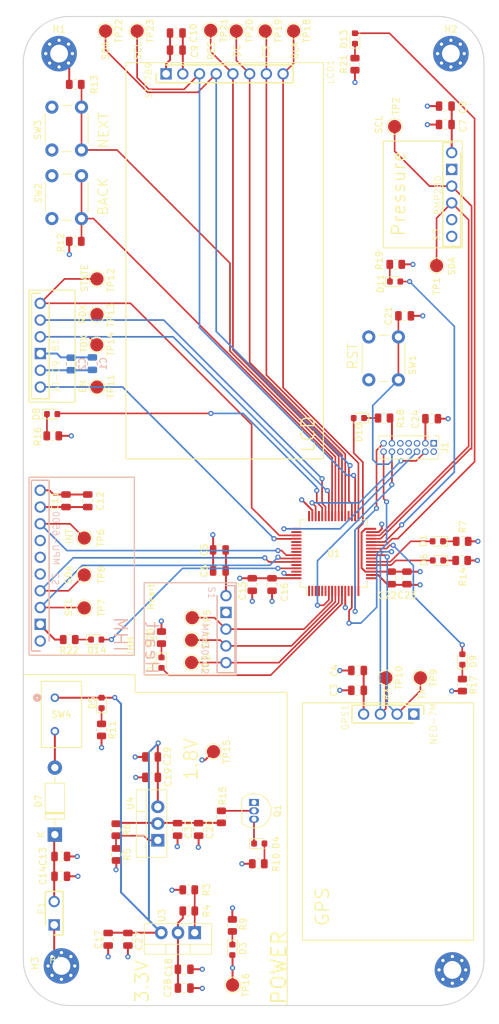
<source format=kicad_pcb>
(kicad_pcb (version 20221018) (generator pcbnew)
  (layers (0 "F.Cu" signal) (1 "In1.Cu" power) (2 "In2.Cu" power) (3 "In3.Cu" power) (4 "In4.Cu" power) (31 "B.Cu" signal) (34 "B.Paste" user) (35 "F.Paste" user) (36 "B.SilkS" user "B.Silkscreen") (37 "F.SilkS" user "F.Silkscreen") (38 "B.Mask" user) (39 "F.Mask" user) (44 "Edge.Cuts" user))
  (net 0 "")
  (net 1 "STATE_B")
  (net 2 "RDX_B")
  (net 3 "TDX_B")
  (net 4 "GND")
  (net 5 "NRST_SWD")
  (net 6 "EN_B")
  (net 7 "+1V8")
  (net 8 "Net-(D7-K)")
  (net 9 "+9V")
  (net 10 "+3.3V")
  (net 11 "Net-(D1-K)")
  (net 12 "LED_STATUS_MCU")
  (net 13 "Net-(D3-K)")
  (net 14 "Net-(D4-K)")
  (net 15 "Net-(D4-A)")
  (net 16 "Net-(D5-K)")
  (net 17 "Net-(D6-K)")
  (net 18 "LED_ERROR_MCU")
  (net 19 "Net-(D7-A)")
  (net 20 "Net-(D8-K)")
  (net 21 "LED_B")
  (net 22 "Net-(D9-K)")
  (net 23 "LED_GPS")
  (net 24 "Net-(D10-K)")
  (net 25 "LED_SWD")
  (net 26 "Net-(D11-K)")
  (net 27 "LED_Pressure")
  (net 28 "Net-(D12-K)")
  (net 29 "LED_Heart")
  (net 30 "Net-(D13-K)")
  (net 31 "LED_LCD")
  (net 32 "Net-(D14-K)")
  (net 33 "LED_IHM")
  (net 34 "TX_GPS")
  (net 35 "RX_GPS")
  (net 38 "SWDIO")
  (net 39 "SWDCK")
  (net 43 "RX_SWD")
  (net 44 "TX_SWD")
  (net 45 "BLK_LCD")
  (net 46 "CS_LCD")
  (net 47 "DC_LCD")
  (net 48 "RES_LCD")
  (net 49 "SDA_LCD")
  (net 50 "SCL_LCD")
  (net 51 "Net-(Q1-B)")
  (net 52 "Net-(U3-ADJ)")
  (net 53 "Net-(U4-ADJ)")
  (net 54 "BUTTON_BACK_SCREEN")
  (net 55 "BUTTON_NEXT_SCREEN")
  (net 56 "SCL_Heart")
  (net 57 "SDA_Heart")
  (net 58 "INT_Heart")
  (net 59 "SCL_IHM")
  (net 60 "SDA_IHM")
  (net 63 "INT_IHM")
  (net 64 "SCL_Pressure")
  (net 65 "SDA_Pressure")
  (footprint "TestPoint:TestPoint_Pad_D2.0mm" (layer "F.Cu") (at 116.775 33.8 -90)
    (fp_text reference "TP18")
    (fp_text value "TestPoint")
  )
  (footprint "LED_SMD:LED_0603_1608Metric" (layer "F.Cu") (at 142.42 129.1125 90)
    (fp_text reference "D9")
    (fp_text value "LED")
  )
  (footprint "MountingHole:MountingHole_2.7mm_Pad_Via" (layer "F.Cu") (at 81.5 175.6)
    (fp_text reference "H3")
    (fp_text value "MountingHole_Pad")
  )
  (footprint "Capacitor_SMD:C_0805_2012Metric" (layer "F.Cu") (at 113.5 117.75 90)
    (fp_text reference "C16")
    (fp_text value "4.7u")
  )
  (footprint "Capacitor_SMD:C_0805_2012Metric" (layer "F.Cu") (at 95.2 147 180)
    (fp_text reference "C19")
    (fp_text value "0.1u")
  )
  (footprint "MountingHole:MountingHole_2.7mm_Pad_Via" (layer "F.Cu") (at 140.9 176.2)
    (fp_text reference "H4")
    (fp_text value "MountingHole_Pad")
  )
  (footprint "Capacitor_SMD:C_0805_2012Metric" (layer "F.Cu") (at 133.65 77 180)
    (fp_text reference "C21")
    (fp_text value "0.1u")
  )
  (footprint "Mayane_librairie:GPS" (layer "F.Cu") (at 130.73 143.42 180)
    (fp_text reference "GPS1")
    (fp_text value "~")
  )
  (footprint "Resistor_SMD:R_0805_2012Metric" (layer "F.Cu") (at 100.85 164.055 180)
    (fp_text reference "R3")
    (fp_text value "393")
  )
  (footprint "TestPoint:TestPoint_Pad_D2.0mm" (layer "F.Cu") (at 112.475 33.8 -90)
    (fp_text reference "TP19")
    (fp_text value "TestPoint")
  )
  (footprint "Resistor_SMD:R_0805_2012Metric" (layer "F.Cu") (at 89.8 154.9375 -90)
    (fp_text reference "R6")
    (fp_text value "270")
  )
  (footprint "Resistor_SMD:R_0805_2012Metric" (layer "F.Cu") (at 142.3125 114.1)
    (fp_text reference "R14")
    (fp_text value "750")
  )
  (footprint "LED_SMD:LED_0603_1608Metric" (layer "F.Cu") (at 111.56 157.03)
    (fp_text reference "D4")
    (fp_text value "LED")
  )
  (footprint "TestPoint:TestPoint_Pad_D2.0mm" (layer "F.Cu") (at 101.267 126.18 -90)
    (fp_text reference "TP4")
    (fp_text value "TestPoint")
  )
  (footprint "Button_Switch_THT:SW_PUSH_6mm" (layer "F.Cu") (at 84.55 55.75 -90)
    (fp_text reference "SW2")
    (fp_text value "SW_Push")
  )
  (footprint "Package_TO_SOT_THT:TO-92_Inline" (layer "F.Cu") (at 110.7575 150.8 -90)
    (fp_text reference "Q1")
    (fp_text value "2N3904")
  )
  (footprint "Capacitor_SMD:C_0805_2012Metric" (layer "F.Cu") (at 131.6 116.75 90)
    (fp_text reference "C22")
    (fp_text value "100n")
  )
  (footprint "Capacitor_SMD:C_0805_2012Metric" (layer "F.Cu") (at 100.15 176.1)
    (fp_text reference "C18")
    (fp_text value "1u")
  )
  (footprint "Resistor_SMD:R_0805_2012Metric" (layer "F.Cu") (at 82.6875 126.1 180)
    (fp_text reference "R22")
    (fp_text value "750")
  )
  (footprint "Mayane_librairie:Pressure" (layer "F.Cu") (at 140.8 58.6 -90)
    (fp_text reference "S3")
    (fp_text value "~")
  )
  (footprint "Resistor_SMD:R_0805_2012Metric" (layer "F.Cu") (at 89.84 158.6875 -90)
    (fp_text reference "R5")
    (fp_text value "120")
  )
  (footprint "Package_TO_SOT_THT:TO-220-3_Vertical" (layer "F.Cu") (at 101.75 170.555 180)
    (fp_text reference "U3")
    (fp_text value "LM317_TO-220")
  )
  (footprint "Button_Switch_THT:SW_PUSH_6mm" (layer "F.Cu") (at 84.55 45.35 -90)
    (fp_text reference "SW3")
    (fp_text value "SW_Push")
  )
  (footprint "Capacitor_SMD:C_0805_2012Metric" (layer "F.Cu") (at 81.4 162)
    (fp_text reference "C14")
    (fp_text value "C")
  )
  (footprint "LED_SMD:LED_0603_1608Metric" (layer "F.Cu") (at 132.2 71.8)
    (fp_text reference "D11")
    (fp_text value "LED")
  )
  (footprint "Capacitor_SMD:C_0805_2012Metric" (layer "F.Cu") (at 110.49 117.75 90)
    (fp_text reference "C15")
    (fp_text value "100n")
  )
  (footprint "TestPoint:TestPoint_Pad_D2.0mm" (layer "F.Cu") (at 93 33.8 -90)
    (fp_text reference "TP23")
    (fp_text value "TestPoint")
  )
  (footprint "TestPoint:TestPoint_Pad_D2.0mm" (layer "F.Cu") (at 101.267 129.58 -90)
    (fp_text reference "TP3")
    (fp_text value "TestPoint")
  )
  (footprint "Resistor_SMD:R_0805_2012Metric" (layer "F.Cu") (at 87.592 139.8 -90)
    (fp_text reference "R11")
    (fp_text value "3.6k")
  )
  (footprint "LED_SMD:LED_0603_1608Metric" (layer "F.Cu") (at 96.7 129.6 -90)
    (fp_text reference "D12")
    (fp_text value "LED")
  )
  (footprint "Resistor_SMD:R_0805_2012Metric" (layer "F.Cu") (at 107.47 169.455 90)
    (fp_text reference "R9")
    (fp_text value "750")
  )
  (footprint "Resistor_SMD:R_0805_2012Metric" (layer "F.Cu") (at 96.7 125.8 90)
    (fp_text reference "R20")
    (fp_text value "750")
  )
  (footprint "Capacitor_SMD:C_0805_2012Metric" (layer "F.Cu") (at 85.5 105.05 -90)
    (fp_text reference "C12")
    (fp_text value "10u")
  )
  (footprint "LED_SMD:LED_0603_1608Metric" (layer "F.Cu") (at 80.0875 91.9)
    (fp_text reference "D8")
    (fp_text value "LED")
  )
  (footprint "Capacitor_SMD:C_0805_2012Metric" (layer "F.Cu") (at 102.345 154.89 -90)
    (fp_text reference "C20")
    (fp_text value "1u")
  )
  (footprint "Mayane_librairie:LCD" (layer "F.Cu") (at 107.56 40.046)
    (fp_text reference "LCD1")
    (fp_text value "~")
  )
  (footprint "Capacitor_SMD:C_0805_2012Metric" (layer "F.Cu") (at 88.6 171.55 -90)
    (fp_text reference "C17")
    (fp_text value "0.1u")
  )
  (footprint "Resistor_SMD:R_0805_2012Metric" (layer "F.Cu") (at 83.6 65.7 180)
    (fp_text reference "R12")
    (fp_text value "10k")
  )
  (footprint "Package_TO_SOT_THT:TO-220-3_Vertical" (layer "F.Cu") (at 96.145 156.54 90)
    (fp_text reference "U4")
    (fp_text value "LM317_TO-220")
  )
  (footprint "Capacitor_SMD:C_0805_2012Metric" (layer "F.Cu") (at 126.495 133.8 180)
    (fp_text reference "C3")
    (fp_text value "100n")
  )
  (footprint "Resistor_SMD:R_0805_2012Metric" (layer "F.Cu") (at 142.42 133 -90)
    (fp_text reference "R17")
    (fp_text value "500")
  )
  (footprint "LED_SMD:LED_0603_1608Metric" (layer "F.Cu") (at 107.47 173.155 -90)
    (fp_text reference "D3")
    (fp_text value "LED")
  )
  (footprint "LED_SMD:LED_0603_1608Metric" (layer "F.Cu") (at 138.7125 114.1 180)
    (fp_text reference "D6")
    (fp_text value "LED")
  )
  (footprint "LED_SMD:LED_0603_1608Metric" (layer "F.Cu") (at 86.7875 126.1)
    (fp_text reference "D14")
    (fp_text value "LED")
  )
  (footprint "Resistor_SMD:R_0805_2012Metric" (layer "F.Cu") (at 130.5125 92.5)
    (fp_text reference "R18")
    (fp_text value "500")
  )
  (footprint "TestPoint:TestPoint_Pad_D2.0mm" (layer "F.Cu") (at 84.975 121.3)
    (fp_text reference "TP7")
    (fp_text value "TestPoint")
  )
  (footprint "TestPoint:TestPoint_Pad_D2.0mm" (layer "F.Cu") (at 107.5 178.5 -90)
    (fp_text reference "TP16")
    (fp_text value "TestPoint")
  )
  (footprint "Capacitor_SMD:C_0805_2012Metric" (layer "F.Cu") (at 105.5 115.7)
    (fp_text reference "C6")
    (fp_text value "10u")
  )
  (footprint "Mayane_librairie:Power" (layer "F.Cu") (at 80.226 167.606 90)
    (fp_text reference "P1")
    (fp_text value "~")
  )
  (footprint "Resistor_SMD:R_0805_2012Metric" (layer "F.Cu") (at 142.3875 111.2)
    (fp_text reference "R7")
    (fp_text value "750")
  )
  (footprint "TestPoint:TestPoint_Pad_D2.0mm" (layer "F.Cu") (at 108.075 33.8 -90)
    (fp_text reference "TP20")
    (fp_text value "TestPoint")
  )
  (footprint "TestPoint:TestPoint_Pad_D2.0mm" (layer "F.Cu") (at 86.875 81.4 180)
    (fp_text reference "TP14")
    (fp_text value "TestPoint")
  )
  (footprint "Resistor_SMD:R_0805_2012Metric" (layer "F.Cu") (at 83.6 41.9 180)
    (fp_text reference "R13")
    (fp_text value "10k")
  )
  (footprint "Capacitor_SMD:C_0805_2012Metric" (layer "F.Cu") (at 99.145 154.89 -90)
    (fp_text reference "C30")
    (fp_text value "100n")
  )
  (footprint "Capacitor_SMD:C_0805_2012Metric" (layer "F.Cu") (at 95.2 143.9 180)
    (fp_text reference "C29")
    (fp_text value "10u")
  )
  (footprint "Capacitor_SMD:C_0805_2012Metric" (layer "F.Cu") (at 98.95 34.1 180)
    (fp_text reference "C10")
    (fp_text value "100n")
  )
  (footprint "Capacitor_SMD:C_0805_2012Metric" (layer "F.Cu") (at 91.6 171.55 -90)
    (fp_text reference "C27")
    (fp_text value "10u")
  )
  (footprint "LED_SMD:LED_0603_1608Metric" (layer "F.Cu") (at 126.1 34.93 90)
    (fp_text reference "D13")
    (fp_text value "LED")
  )
  (footprint "Resistor_SMD:R_0805_2012Metric" (layer "F.Cu") (at 80.1875 95.2)
    (fp_text reference "R16")
    (fp_text value "500")
  )
  (footprint "Capacitor_SMD:C_0805_2012Metric" (layer "F.Cu") (at 82.19 105.05 90)
    (fp_text reference "C11")
    (fp_text value "100n")
  )
  (footprint "TestPoint:TestPoint_Pad_D2.0mm" (layer "F.Cu") (at 104.6 143.1 -90)
    (fp_text reference "TP15")
    (fp_text value "TestPoint")
  )
  (footprint "Diode_THT:D_DO-41_SOD81_P10.16mm_Horizontal" (layer "F.Cu") (at 80.5 155.68 90)
    (fp_text reference "D7")
    (fp_text value "1N5819")
  )
  (footprint "TestPoint:TestPoint_Pad_D2.0mm" (layer "F.Cu") (at 138.5 69.39 90)
    (fp_text reference "TP1")
    (fp_text value "TestPoint")
  )
  (footprint "Capacitor_SMD:C_0805_2012Metric" (layer "F.Cu") (at 100.15 178.955)
    (fp_text reference "C28")
    (fp_text value "100n")
  )
  (footprint "LED_SMD:LED_0603_1608Metric" (layer "F.Cu") (at 87.592 135.7 90)
    (fp_text reference "D5")
    (fp_text value "LED")
  )
  (footprint "TestPoint:TestPoint_Pad_D2.0mm" (layer "F.Cu") (at 101.367 122.78 -90)
    (fp_text reference "TP5")
    (fp_text value "TestPoint")
  )
  (footprint "Capacitor_SMD:C_0805_2012Metric" (layer "F.Cu") (at 81.4 158.99)
    (fp_text reference "C13")
    (fp_text value "C")
  )
  (footprint "MountingHole:MountingHole_2.7mm_Pad_Via" (layer "F.Cu") (at 140.675 37.231891)
    (fp_text reference "H2")
    (fp_text value "MountingHole_Pad")
  )
  (footprint "Capacitor_SMD:C_0805_2012Metric" (layer "F.Cu") (at 98.95 36.7 180)
    (fp_text reference "C9")
    (fp_text value "1u")
  )
  (footprint "Resistor_SMD:R_0805_2012Metric" (layer "F.Cu") (at 105.8 152.9875 90)
    (fp_text reference "R15")
    (fp_text value "1k")
  )
  (footprint "Mayane_librairie:BL" (layer "F.Cu") (at 78.291 81.45 -90)
    (fp_text reference "B1")
    (fp_text value "~")
  )
  (footprint "Resistor_SMD:R_0805_2012Metric" (layer "F.Cu") (at 132.3 69.19)
    (fp_text reference "R19")
    (fp_text value "750")
  )
  (footprint "Capacitor_SMD:C_0805_2012Metric" (layer "F.Cu") (at 137.75 92.6 180)
    (fp_text reference "C24")
    (fp_text value "100n")
  )
  (footprint "TestPoint:TestPoint_Pad_D2.0mm" (layer "F.Cu") (at 130.795 131.9 -90)
    (fp_text reference "TP10")
    (fp_text value "TestPoint")
  )
  (footprint "Capacitor_SMD:C_0805_2012Metric" (layer "F.Cu") (at 105.5 112.5 180)
    (fp_text reference "C5")
    (fp_text value "100n")
  )
  (footprint "Package_QFP:LQFP-64_10x10mm_P0.5mm" (layer "F.Cu") (at 122.875 113.05 90)
    (fp_text reference "U1")
    (fp_text value "STM32L476RCTx")
  )
  (footprint "Resistor_SMD:R_0805_2012Metric" (layer "F.Cu") (at 111.4125 160.1)
    (fp_text reference "R10")
    (fp_text value "750")
  )
  (footprint "TestPoint:TestPoint_Pad_D2.0mm" (layer "F.Cu") (at 86.9 87.8 180)
    (fp_text reference "TP11")
    (fp_text value "TestPoint")
  )
  (footprint "Capacitor_SMD:C_0805_2012Metric" (layer "F.Cu") (at 134 116.75 90)
    (fp_text reference "C23")
    (fp_text value "4.7u")
  )
  (footprint "LED_SMD:LED_0603_1608Metric" (layer "F.Cu") (at 138.6875 111.2 180)
    (fp_text reference "D1")
    (fp_text value "LED")
  )
  (footprint "LED_SMD:LED_0603_1608Metric" (layer "F.Cu") (at 126.695 92.5 180)
    (fp_text reference "D10")
    (fp_text value "LED")
  )
  (footprint "TestPoint:TestPoint_Pad_D2.0mm" (layer "F.Cu") (at 136.045 131.9 -90)
    (fp_text reference "TP9")
    (fp_text value "TestPoint")
  )
  (footprint "Capacitor_SMD:C_0805_2012Metric" (layer "F.Cu") (at 139.825 47.99 180)
    (fp_text reference "C7")
    (fp_text value "100n")
  )
  (footprint "TestPoint:TestPoint_Pad_D2.0mm" (layer "F.Cu") (at 132.125 48.29 90)
    (fp_text reference "TP2")
    (fp_text value "TestPoint")
  )
  (footprint "Capacitor_SMD:C_0805_2012Metric" (layer "F.Cu") (at 126.495 130.79 180)
    (fp_text reference "C4")
    (fp_text value "10u")
  )
  (footprint "TestPoint:TestPoint_Pad_D2.0mm" (layer "F.Cu") (at 86.9 76.8 180)
    (fp_text reference "TP13")
    (fp_text value "TestPoint")
  )
  (footprint "Connector_PinHeader_1.27mm:PinHeader_2x07_P1.27mm_Vertical" (layer "F.Cu") (at 138.07 96.33 -90)
    (fp_text reference "J1")
    (fp_text value "Conn_02x07_Odd_Even")
  )
  (footprint "Button_Switch_THT:SW_PUSH_6mm" (layer "F.Cu") (at 132.7 80.2 -90)
    (fp_text reference "SW1")
    (fp_text value "SW_Push")
  )
  (footprint "TestPoint:TestPoint_Pad_D2.0mm" (layer "F.Cu") (at 104.175 33.7 -90)
    (fp_text reference "TP21")
    (fp_text value "TestPoint")
  )
  (footprint "TestPoint:TestPoint_Pad_D2.0mm" (layer "F.Cu") (at 88.2 33.8 -90)
    (fp_text reference "TP22")
    (fp_text value "TestPoint")
  )
  (footprint "Resistor_SMD:R_0805_2012Metric" (layer "F.Cu") (at 100.85 167.255)
    (fp_text reference "R4")
    (fp_text value "240")
  )
  (footprint "MountingHole:MountingHole_2.7mm_Pad_Via" (layer "F.Cu") (at 81.143109 37.231891)
    (fp_text reference "H1")
    (fp_text value "MountingHole_Pad")
  )
  (footprint "TestPoint:TestPoint_Pad_D2.0mm" (layer "F.Cu") (at 84.975 116.3)
    (fp_text reference "TP8")
    (fp_text value "TestPoint")
  )
  (footprint "TestPoint:TestPoint_Pad_D2.0mm" (layer "F.Cu") (at 86.9 71.4 180)
    (fp_text reference "TP12")
    (fp_text value "TestPoint")
  )
  (footprint "Mayane_librairie:A11JP_NKK" (layer "F.Cu") (at 80.5 134.92)
    (fp_text reference "SW4")
    (fp_text value "SW_SPST")
  )
  (footprint "TestPoint:TestPoint_Pad_D2.0mm" (layer "F.Cu") (at 84.975 110.7)
    (fp_text reference "TP6")
    (fp_text value "TestPoint")
  )
  (footprint "Capacitor_SMD:C_0805_2012Metric" (layer "F.Cu") (at 139.825 45.19 180)
    (fp_text reference "C8")
    (fp_text value "10u")
  )
  (footprint "Resistor_SMD:R_0805_2012Metric" (layer "F.Cu") (at 126.1 38.83 -90)
    (fp_text reference "R21")
    (fp_text value "750")
  )
  (footprint "Capacitor_SMD:C_0805_2012Metric" (layer "B.Cu") (at 82.99 84.3 90)
    (fp_text reference "C2")
    (fp_text value "10u")
  )
  (footprint "Mayane_librairie:Heart" (layer "B.Cu") (at 106.246 124.52 -90)
    (fp_text reference "S1")
    (fp_text value "~")
  )
  (footprint "Capacitor_SMD:C_0805_2012Metric" (layer "B.Cu") (at 86.2 84.25 90)
    (fp_text reference "C1")
    (fp_text value "100n")
  )
  (footprint "Mayane_librairie:IHM" (layer "B.Cu") (at 78.529 115.906 90)
    (fp_text reference "S2")
    (fp_text value "~")
  )
  (gr_line (start 76.575 128.46) (end 76.575 101.46) (stroke (width 0.15)) (layer "B.SilkS"))
  (gr_line (start 92.575 101.46) (end 92.575 128.46) (stroke (width 0.15)) (layer "B.SilkS"))
  (gr_line (start 76.575 101.46) (end 92.575 101.46) (stroke (width 0.15)) (layer "B.SilkS"))
  (gr_rect (start 94.067 117.48) (end 108.067 131.48) (stroke (width 0.15)) (fill none) (layer "B.SilkS"))
  (gr_line (start 92.575 128.46) (end 76.575 128.46) (stroke (width 0.15)) (layer "B.SilkS"))
  (gr_line (start 108.075 117.5) (end 108.075 131.4) (stroke (width 0.15)) (layer "F.SilkS"))
  (gr_line (start 92.7 134.1) (end 92.7 131.4) (stroke (width 0.15)) (layer "F.SilkS"))
  (gr_line (start 142.4 66.69) (end 142.4 50.49) (stroke (width 0.15)) (layer "F.SilkS"))
  (gr_line (start 144.12 171.7) (end 144.12 135.7) (stroke (width 0.15)) (layer "F.SilkS"))
  (gr_line (start 76.575 90.1) (end 83.575 90.1) (stroke (width 0.15)) (layer "F.SilkS"))
  (gr_line (start 144.12 135.7) (end 118.12 135.7) (stroke (width 0.15)) (layer "F.SilkS"))
  (gr_line (start 92.575 101.5) (end 76.575 101.5) (stroke (width 0.15)) (layer "F.SilkS"))
  (gr_line (start 91.3 98.7) (end 91.3 38.6) (stroke (width 0.15)) (layer "F.SilkS"))
  (gr_line (start 76.575 73.1) (end 76.575 90.1) (stroke (width 0.15)) (layer "F.SilkS"))
  (gr_line (start 108.075 131.4) (end 94.075 131.4) (stroke (width 0.15)) (layer "F.SilkS"))
  (gr_line (start 75.8 131.4) (end 92.7 131.4) (stroke (width 0.15)) (layer "F.SilkS"))
  (gr_line (start 115.8 134.1) (end 115.8 181.5) (stroke (width 0.15)) (layer "F.SilkS"))
  (gr_line (start 118.12 171.7) (end 144.12 171.7) (stroke (width 0.15)) (layer "F.SilkS"))
  (gr_line (start 83.575 90.1) (end 83.575 73.1) (stroke (width 0.15)) (layer "F.SilkS"))
  (gr_line (start 94.075 117.5) (end 108.075 117.5) (stroke (width 0.15)) (layer "F.SilkS"))
  (gr_line (start 142.4 50.49) (end 130.4 50.49) (stroke (width 0.15)) (layer "F.SilkS"))
  (gr_line (start 92.575 128.4) (end 92.575 101.5) (stroke (width 0.15)) (layer "F.SilkS"))
  (gr_line (start 83.575 73.1) (end 76.575 73.1) (stroke (width 0.15)) (layer "F.SilkS"))
  (gr_line (start 130.4 66.69) (end 142.4 66.69) (stroke (width 0.15)) (layer "F.SilkS"))
  (gr_line (start 118.12 135.7) (end 118.12 171.7) (stroke (width 0.15)) (layer "F.SilkS"))
  (gr_line (start 76.6 128.5) (end 92.6 128.5) (stroke (width 0.15)) (layer "F.SilkS"))
  (gr_line (start 121.3 38.6) (end 121.3 98.7) (stroke (width 0.15)) (layer "F.SilkS"))
  (gr_line (start 94.075 131.4) (end 94.075 117.5) (stroke (width 0.15)) (layer "F.SilkS"))
  (gr_line (start 91.3 38.6) (end 121.3 38.6) (stroke (width 0.15)) (layer "F.SilkS"))
  (gr_line (start 121.3 98.7) (end 91.3 98.7) (stroke (width 0.15)) (layer "F.SilkS"))
  (gr_line (start 76.575 101.5) (end 76.575 128.4) (stroke (width 0.15)) (layer "F.SilkS"))
  (gr_line (start 130.4 50.49) (end 130.4 66.69) (stroke (width 0.15)) (layer "F.SilkS"))
  (gr_line (start 92.7 134.1) (end 115.8 134.1) (stroke (width 0.15)) (layer "F.SilkS"))
  (gr_line (start 75.7 38.6) (end 75.7 174.6) (stroke (width 0.15)) (layer "Edge.Cuts"))
  (gr_line (start 138.7 31.6) (end 82.7 31.6) (stroke (width 0.15)) (layer "Edge.Cuts"))
  (gr_arc (start 138.7 31.6) (mid 143.649747 33.650253) (end 145.7 38.6) (stroke (width 0.15)) (layer "Edge.Cuts"))
  (gr_arc (start 82.7 181.6) (mid 77.750253 179.549747) (end 75.7 174.6) (stroke (width 0.15)) (layer "Edge.Cuts"))
  (gr_arc (start 145.7 174.6) (mid 143.649747 179.549747) (end 138.7 181.6) (stroke (width 0.15)) (layer "Edge.Cuts"))
  (gr_line (start 145.7 174.6) (end 145.7 38.6) (stroke (width 0.15)) (layer "Edge.Cuts"))
  (gr_line (start 82.7 181.6) (end 138.7 181.6) (stroke (width 0.15)) (layer "Edge.Cuts"))
  (gr_arc (start 75.7 38.6) (mid 77.750253 33.650253) (end 82.7 31.6) (stroke (width 0.15)) (layer "Edge.Cuts"))
  (gr_text "IHM" (at 89.275 128.1 -90) (layer "B.SilkS") (effects (font (size 2 2) (thickness 0.2)) (justify left bottom mirror)))
  (gr_text "Heart" (at 94.067 131.48 -90) (layer "B.SilkS") (effects (font (size 2 2) (thickness 0.2)) (justify left bottom mirror)))
  (gr_text "SDA" (at 141.4 71 90) (layer "F.SilkS") (effects (font (size 1 1)) (justify left bottom)))
  (gr_text "GPS" (at 122.32 169.7 90) (layer "F.SilkS") (effects (font (size 2 2) (thickness 0.2)) (justify left bottom)))
  (gr_text "SCL" (at 93.7 38.3 90) (layer "F.SilkS") (effects (font (size 1 1)) (justify left bottom)))
  (gr_text "INT" (at 83.275 111.7 90) (layer "F.SilkS") (effects (font (size 1 1)) (justify left bottom)))
  (gr_text "RDX" (at 85.3 78.3 90) (layer "F.SilkS") (effects (font (size 1 1)) (justify left bottom)))
  (gr_text "IHM" (at 92.575 128.4 90) (layer "F.SilkS") (effects (font (size 1 1)) (justify left bottom)))
  (gr_text "SCL" (at 83.175 122.7 90) (layer "F.SilkS") (effects (font (size 1 1)) (justify left bottom)))
  (gr_text "SCL" (at 130.325 49.49 90) (layer "F.SilkS") (effects (font (size 1 1)) (justify left bottom)))
  (gr_text "Pressure" (at 133.9 65.09 90) (layer "F.SilkS") (effects (font (size 2 2) (thickness 0.2)) (justify left bottom)))
  (gr_text "RES" (at 104.875 38.3 90) (layer "F.SilkS") (effects (font (size 1 1)) (justify left bottom)))
  (gr_text "STATE" (at 85.6 73.5 90) (layer "F.SilkS") (effects (font (size 1 1)) (justify left bottom)))
  (gr_text "DC" (at 108.775 37.9 90) (layer "F.SilkS") (effects (font (size 1 1)) (justify left bottom)))
  (gr_text "BLK" (at 117.575 38.2 90) (layer "F.SilkS") (effects (font (size 1 1)) (justify left bottom)))
  (gr_text "Heart" (at 95.7 121.7 90) (layer "F.SilkS") (effects (font (size 1 1)) (justify left bottom)))
  (gr_text "NEXT" (at 88.8 51.725 90) (layer "F.SilkS") (effects (font (size 1.5 1.5)) (justify left bottom)))
  (gr_text "RX" (at 131.445 135.4 90) (layer "F.SilkS") (effects (font (size 1 1)) (justify left bottom)))
  (gr_text "CS" (at 113.175 38 90) (layer "F.SilkS") (effects (font (size 1 1)) (justify left bottom)))
  (gr_text "TDX" (at 85.5 82.7 90) (layer "F.SilkS") (effects (font (size 1 1)) (justify left bottom)))
  (gr_text "3.3V " (at 94.91 181.3 90) (layer "F.SilkS") (effects (font (size 2 2) (thickness 0.2)) (justify left bottom)))
  (gr_text "BACK" (at 88.7 61.9 90) (layer "F.SilkS") (effects (font (size 1.5 1.5)) (justify left bottom)))
  (gr_text "LCD" (at 120.14 97.875 90) (layer "F.SilkS") (effects (font (size 2 2) (thickness 0.2) bold) (justify left bottom)))
  (gr_text "POWER" (at 115.8 181.6 90) (layer "F.SilkS") (effects (font (size 2.2 2.2) (thickness 0.25)) (justify left bottom)))
  (gr_text "EN" (at 85.325 88.8 90) (layer "F.SilkS") (effects (font (size 1 1)) (justify left bottom)))
  (gr_text "TX" (at 136.845 135.3 90) (layer "F.SilkS") (effects (font (size 1 1)) (justify left bottom)))
  (gr_text "1.8V" (at 102.345 147.64 90) (layer "F.SilkS") (effects (font (size 2 2) (thickness 0.2)) (justify left bottom)))
  (gr_text "RST " (at 126.65 85.25 90) (layer "F.SilkS") (effects (font (size 1.5 1.5)) (justify left bottom)))
  (gr_text "SDA" (at 83.175 117.8 90) (layer "F.SilkS") (effects (font (size 1 1)) (justify left bottom)))
  (gr_text "SDA" (at 88.8 38.3 90) (layer "F.SilkS") (effects (font (size 1 1)) (justify left bottom)))
  (segment (start 114.6 110.3) (end 110.4 106.1) (width 0.25) (layer "F.Cu") (net 1))
  (segment (start 78.275 75.1) (end 81.975 71.4) (width 0.25) (layer "F.Cu") (net 1))
  (segment (start 110.4 106.1) (end 110.4 93.5) (width 0.25) (layer "F.Cu") (net 1))
  (segment (start 110.4 93.5) (end 92 75.1) (width 0.25) (layer "F.Cu") (net 1))
  (segment (start 81.975 71.4) (end 86.9 71.4) (width 0.25) (layer "F.Cu") (net 1))
  (segment (start 92 75.1) (end 78.275 75.1) (width 0.25) (layer "F.Cu") (net 1))
  (segment (start 117.2 110.3) (end 114.6 110.3) (width 0.25) (layer "F.Cu") (net 1))
  (segment (start 78.275 77.64) (end 86.06 77.64) (width 0.25) (layer "F.Cu") (net 2))
  (segment (start 86.06 77.64) (end 86.9 76.8) (width 0.25) (layer "F.Cu") (net 2))
  (segment (start 121.1 105.424805) (end 121.625 105.949805) (width 0.25) (layer "F.Cu") (net 2))
  (segment (start 121.625 105.949805) (end 121.625 107.375) (width 0.25) (layer "F.Cu") (net 2))
  (segment (start 121.1 101.7) (end 121.1 105.424805) (width 0.25) (layer "F.Cu") (net 2))
  (via (at 121.1 101.7) (size 0.8) (drill 0.4) (layers "F.Cu" "B.Cu") (net 2))
  (segment (start 97.04 77.64) (end 78.275 77.64) (width 0.25) (layer "B.Cu") (net 2))
  (segment (start 121.1 101.7) (end 97.04 77.64) (width 0.25) (layer "B.Cu") (net 2))
  (segment (start 86.875 81.4) (end 85.655 80.18) (width 0.25) (layer "F.Cu") (net 3))
  (segment (start 85.655 80.18) (end 78.275 80.18) (width 0.25) (layer "F.Cu") (net 3))
  (segment (start 122.125 103.7245) (end 121.9005 103.5) (width 0.25) (layer "F.Cu") (net 3))
  (segment (start 122.125 107.375) (end 122.125 103.7245) (width 0.25) (layer "F.Cu") (net 3))
  (via (at 121.9005 103.5) (size 0.8) (drill 0.4) (layers "F.Cu" "B.Cu") (net 3))
  (segment (start 121.9005 103.5) (end 121.8 103.5) (width 0.25) (layer "B.Cu") (net 3))
  (segment (start 121.8 103.5) (end 98.48 80.18) (width 0.25) (layer "B.Cu") (net 3))
  (segment (start 98.48 80.18) (end 78.275 80.18) (width 0.25) (layer "B.Cu") (net 3))
  (segment (start 98 36.7) (end 98 38.2) (width 0.3) (layer "F.Cu") (net 4))
  (segment (start 96.7 123.325) (end 96.675 123.3) (width 0.3) (layer "F.Cu") (net 4))
  (segment (start 78.275 123.875) (end 78.275 123.78) (width 0.3) (layer "F.Cu") (net 4))
  (segment (start 82.6875 65.7) (end 82.6875 67.6875) (width 0.3) (layer "F.Cu") (net 4))
  (segment (start 133.2125 69.19) (end 134.89 69.19) (width 0.3) (layer "F.Cu") (net 4))
  (segment (start 82.6875 38.776282) (end 81.143109 37.231891) (width 0.3) (layer "F.Cu") (net 4))
  (segment (start 137.11 47.99) (end 137.1 48) (width 0.3) (layer "F.Cu") (net 4))
  (segment (start 102.345 157.555) (end 102.3 157.6) (width 0.3) (layer "F.Cu") (net 4))
  (segment (start 107.47 166.83) (end 107.5 166.8) (width 0.3) (layer "F.Cu") (net 4))
  (segment (start 131.72 96.33) (end 131.72 92.795) (width 0.3) (layer "F.Cu") (net 4))
  (segment (start 83.89 158.99) (end 83.9 159) (width 0.3) (layer "F.Cu") (net 4))
  (segment (start 80.5 126.1) (end 78.275 123.875) (width 0.3) (layer "F.Cu") (net 4))
  (segment (start 94.25 143.9) (end 92.7 143.9) (width 0.3) (layer "F.Cu") (net 4))
  (segment (start 96.7 124.8875) (end 96.7 123.325) (width 0.3) (layer "F.Cu") (net 4))
  (segment (start 131.72 92.795) (end 131.425 92.5) (width 0.3) (layer "F.Cu") (net 4))
  (segment (start 143.3 111.2) (end 144.775 111.2) (width 0.3) (layer "F.Cu") (net 4))
  (segment (start 99.145 157.455) (end 99.1 157.5) (width 0.3) (layer "F.Cu") (net 4))
  (segment (start 82.6875 41.9) (end 82.6875 38.776282) (width 0.3) (layer "F.Cu") (net 4))
  (segment (start 102.345 155.84) (end 102.345 157.555) (width 0.3) (layer "F.Cu") (net 4))
  (segment (start 118 104.9) (end 118.026041 104.9) (width 0.3) (layer "F.Cu") (net 4))
  (segment (start 87.592 142.4785) (end 87.6 142.4865) (width 0.3) (layer "F.Cu") (net 4))
  (segment (start 143.225 114.1) (end 144.7 114.1) (width 0.3) (layer "F.Cu") (net 4))
  (segment (start 81.775 126.1) (end 80.5 126.1) (width 0.3) (layer "F.Cu") (net 4))
  (segment (start 138.875 47.99) (end 137.11 47.99) (width 0.3) (layer "F.Cu") (net 4))
  (segment (start 130.1755 109.316352) (end 129.691852 109.8) (width 0.3) (layer "F.Cu") (net 4))
  (segment (start 79.66 103.46) (end 78.275 103.46) (width 0.3) (layer "F.Cu") (net 4))
  (segment (start 110.49 120.29) (end 110.5 120.3) (width 0.3) (layer "F.Cu") (net 4))
  (segment (start 104.55 110.25) (end 104.5 110.2) (width 0.3) (layer "F.Cu") (net 4))
  (segment (start 104.55 115.7) (end 104.55 110.25) (width 0.3) (layer "F.Cu") (net 4))
  (segment (start 87.592 140.7125) (end 87.592 142.4785) (width 0.3) (layer "F.Cu") (net 4))
  (segment (start 98 34.1) (end 98 36.7) (width 0.3) (layer "F.Cu") (net 4))
  (segment (start 99.9375 164.055) (end 98.345 164.055) (width 0.3) (layer "F.Cu") (net 4))
  (segment (start 80.4 174.5) (end 81.5 175.6) (width 0.3) (layer "F.Cu") (net 4))
  (segment (start 101.1 178.955) (end 102.855 178.955) (width 0.3) (layer "F.Cu") (net 4))
  (segment (start 89.84 159.6) (end 89.84 160.96) (width 0.3) (layer "F.Cu") (net 4))
  (segment (start 107.47 168.5425) (end 107.47 166.83) (width 0.3) (layer "F.Cu") (net 4))
  (segment (start 142.4075 133.9) (end 142.42 133.9125) (width 0.3) (layer "F.Cu") (net 4))
  (segment (start 80.4 169.376) (end 80.4 174.5) (width 0.3) (layer "F.Cu") (net 4))
  (segment (start 113.5 118.7) (end 113.5 120.3) (width 0.3) (layer "F.Cu") (net 4))
  (segment (start 82.35 158.99) (end 83.89 158.99) (width 0.3) (layer "F.Cu") (net 4))
  (segment (start 98 38.2) (end 97.4 38.8) (width 0.3) (layer "F.Cu") (net 4))
  (segment (start 138.875 45.19) (end 137.11 45.19) (width 0.3) (layer "F.Cu") (net 4))
  (segment (start 126.1 39.7425) (end 126.1 41.6) (width 0.3) (layer "F.Cu") (net 4))
  (segment (start 110.49 118.7) (end 110.49 120.29) (width 0.3) (layer "F.Cu") (net 4))
  (segment (start 89.84 160.96) (end 89.8 161) (width 0.3) (layer "F.Cu") (net 4))
  (segment (start 115.5755 116.3) (end 115.3 116.0245) (width 0.3) (layer "F.Cu") (net 4))
  (segment (start 124.63426 121.247408) (end 124.625 121.238148) (width 0.3) (layer "F.Cu") (net 4))
  (segment (start 119.625 106.498959) (end 119.625 107.375) (width 0.3) (layer "F.Cu") (net 4))
  (segment (start 97.4 38.8) (end 97.4 40.3) (width 0.3) (layer "F.Cu") (net 4))
  (segment (start 91.6 172.5) (end 91.6 174.2) (width 0.3) (layer "F.Cu") (net 4))
  (segment (start 129.6 116.3) (end 131.1 117.8) (width 0.3) (layer "F.Cu") (net 4))
  (segment (start 134.6 77) (end 136.4 77) (width 0.3) (layer "F.Cu") (net 4))
  (segment (start 101.1 176.1) (end 102.9 176.1) (width 0.3) (layer "F.Cu") (net 4))
  (segment (start 82.6875 67.6875) (end 82.7 67.7) (width 0.3) (layer "F.Cu") (net 4))
  (segment (start 138.7 92.6) (end 140.25 92.6) (width 0.3) (layer "F.Cu") (net 4))
  (segment (start 134.89 69.19) (end 134.9 69.2) (width 0.3) (layer "F.Cu") (net 4))
  (segment (start 124.625 121.238148) (end 124.625 118.725) (width 0.3) (layer "F.Cu") (net 4))
  (segment (start 98.345 164.055) (end 98.3 164.1) (width 0.3) (layer "F.Cu") (net 4))
  (segment (start 123.81 130.79) (end 123.8 130.8) (width 0.3) (layer "F.Cu") (net 4))
  (segment (start 137.11 45.19) (end 137.1 45.2) (width 0.3) (layer "F.Cu") (net 4))
  (segment (start 94.25 147) (end 92.8 147) (width 0.3) (layer "F.Cu") (net 4))
  (segment (start 80.3 104.1) (end 79.66 103.46) (width 0.3) (layer "F.Cu") (net 4))
  (segment (start 82.35 162) (end 84 162) (width 0.3) (layer "F.Cu") (net 4))
  (segment (start 118.026041 104.9) (end 119.625 106.498959) (width 0.3) (layer "F.Cu") (net 4))
  (segment (start 99.145 155.84) (end 99.145 157.455) (width 0.3) (layer "F.Cu") (net 4))
  (segment (start 81.1 95.2) (end 83 95.2) (width 0.3) (layer "F.Cu") (net 4))
  (segment (start 102.855 178.955) (end 102.9 179) (width 0.3) (layer "F.Cu") (net 4))
  (segment (start 140.8 133.9) (end 142.4075 133.9) (width 0.3) (layer "F.Cu") (net 4))
  (segment (start 129.691852 109.8) (end 128.55 109.8) (width 0.3) (layer "F.Cu") (net 4))
  (segment (start 88.6 172.5) (end 88.6 174.2) (width 0.3) (layer "F.Cu") (net 4))
  (segment (start 125.545 130.79) (end 123.81 130.79) (width 0.3) (layer "F.Cu") (net 4))
  (segment (start 131.1 117.8) (end 136 117.8) (width 0.3) (layer "F.Cu") (net 4))
  (segment (start 128.55 116.3) (end 129.6 116.3) (width 0.3) (layer "F.Cu") (net 4))
  (segment (start 125.545 133.8) (end 123.8 133.8) (width 0.3) (layer "F.Cu") (net 4))
  (segment (start 130.1755 108.6) (end 130.1755 109.316352) (width 0.3) (layer "F.Cu") (net 4))
  (segment (start 85.5 104.1) (end 80.3 104.1) (width 0.3) (layer "F.Cu") (net 4))
  (segment (start 117.2 116.3) (end 115.5755 116.3) (width 0.3) (layer "F.Cu") (net 4))
  (via (at 134.9 69.2) (size 0.8) (drill 0.4) (layers "F.Cu" "B.Cu") (net 4))
  (via (at 130.1755 108.6) (size 0.8) (drill 0.4) (layers "F.Cu" "B.Cu") (net 4))
  (via (at 88.6 174.2) (size 0.8) (drill 0.4) (layers "F.Cu" "B.Cu") (net 4))
  (via (at 144.7 114.1) (size 0.8) (drill 0.4) (layers "F.Cu" "B.Cu") (net 4))
  (via (at 123.8 130.8) (size 0.8) (drill 0.4) (layers "F.Cu" "B.Cu") (net 4))
  (via (at 82.7 67.7) (size 0.8) (drill 0.4) (layers "F.Cu" "B.Cu") (net 4))
  (via (at 91.6 174.2) (size 0.8) (drill 0.4) (layers "F.Cu" "B.Cu") (net 4))
  (via (at 136 117.8) (size 0.8) (drill 0.4) (layers "F.Cu" "B.Cu") (net 4))
  (via (at 123.8 133.8) (size 0.8) (drill 0.4) (layers "F.Cu" "B.Cu") (net 4))
  (via (at 110.5 120.3) (size 0.8) (drill 0.4) (layers "F.Cu" "B.Cu") (net 4))
  (via (at 83.9 159) (size 0.8) (drill 0.4) (layers "F.Cu" "B.Cu") (net 4))
  (via (at 124.63426 121.247408) (size 0.8) (drill 0.4) (layers "F.Cu" "B.Cu") (net 4))
  (via (at 136.4 77) (size 0.8) (drill 0.4) (layers "F.Cu" "B.Cu") (net 4))
  (via (at 140.25 92.6) (size 0.8) (drill 0.4) (layers "F.Cu" "B.Cu") (net 4))
  (via (at 99.1 157.5) (size 0.8) (drill 0.4) (layers "F.Cu" "B.Cu") (net 4))
  (via (at 83 95.2) (size 0.8) (drill 0.4) (layers "F.Cu" "B.Cu") (net 4))
  (via (at 107.5 166.8) (size 0.8) (drill 0.4) (layers "F.Cu" "B.Cu") (net 4))
  (via (at 113.5 120.3) (size 0.8) (drill 0.4) (layers "F.Cu" "B.Cu") (net 4))
  (via (at 87.6 142.4865) (size 0.8) (drill 0.4) (layers "F.Cu" "B.Cu") (net 4))
  (via (at 137.1 45.2) (size 0.8) (drill 0.4) (layers "F.Cu" "B.Cu") (net 4))
  (via (at 144.775 111.2) (size 0.8) (drill 0.4) (layers "F.Cu" "B.Cu") (net 4))
  (via (at 102.3 157.6) (size 0.8) (drill 0.4) (layers "F.Cu" "B.Cu") (net 4))
  (via (at 126.1 41.6) (size 0.8) (drill 0.4) (layers "F.Cu" "B.Cu") (net 4))
  (via (at 92.8 147) (size 0.8) (drill 0.4) (layers "F.Cu" "B.Cu") (net 4))
  (via (at 96.675 123.3) (size 0.8) (drill 0.4) (layers "F.Cu" "B.Cu") (net 4))
  (via (at 92.7 143.9) (size 0.8) (drill 0.4) (layers "F.Cu" "B.Cu") (net 4))
  (via (at 118 104.9) (size 0.8) (drill 0.4) (layers "F.Cu" "B.Cu") (net 4))
  (via (at 84 162) (size 0.8) (drill 0.4) (layers "F.Cu" "B.Cu") (net 4))
  (via (at 115.3 116.0245) (size 0.8) (drill 0.4) (layers "F.Cu" "B.Cu") (net 4))
  (via (at 98.3 164.1) (size 0.8) (drill 0.4) (layers "F.Cu" "B.Cu") (net 4))
  (via (at 140.8 133.9) (size 0.8) (drill 0.4) (layers "F.Cu" "B.Cu") (net 4))
  (via (at 104.5 110.2) (size 0.8) (drill 0.4) (layers "F.Cu" "B.Cu") (net 4))
  (via (at 89.8 161) (size 0.8) (drill 0.4) (layers "F.Cu" "B.Cu") (net 4))
  (via (at 102.9 179) (size 0.8) (drill 0.4) (layers "F.Cu" "B.Cu") (net 4))
  (via (at 102.9 176.1) (size 0.8) (drill 0.4) (layers "F.Cu" "B.Cu") (net 4))
  (via (at 137.1 48) (size 0.8) (drill 0.4) (layers "F.Cu" "B.Cu") (net 4))
  (segment (start 86.2 83.3) (end 81.4 83.3) (width 0.3) (layer "B.Cu") (net 4))
  (segment (start 81.4 83.3) (end 80.82 82.72) (width 0.3) (layer "B.Cu") (net 4))
  (segment (start 80.82 82.72) (end 78.291 82.72) (width 0.3) (layer "B.Cu") (net 4))
  (segment (start 131.7 102.6) (end 131.72 102.58) (width 0.25) (layer "F.Cu") (net 5))
  (segment (start 120.4 120.9) (end 121.327208 120.9) (width 0.25) (layer "F.Cu") (net 5))
  (segment (start 131.72 102.58) (end 131.72 97.6) (width 0.25) (layer "F.Cu") (net 5))
  (segment (start 132.7 77) (end 132.7 86.7) (width 0.25) (layer "F.Cu") (net 5))
  (segment (start 121.327208 120.9) (end 122.125 120.102208) (width 0.25) (layer "F.Cu") (net 5))
  (segment (start 122.125 120.102208) (end 122.125 118.725) (width 0.25) (layer "F.Cu") (net 5))
  (via (at 120.4 120.9) (size 0.8) (drill 0.4) (layers "F.Cu" "B.Cu") (net 5))
  (via (at 131.7 102.6) (size 0.8) (drill 0.4) (layers "F.Cu" "B.Cu") (net 5))
  (segment (start 128.8 98.8) (end 128.8 90.6) (width 0.25) (layer "B.Cu") (net 5))
  (segment (start 131.72 98.98) (end 131.2 99.5) (width 0.25) (layer "B.Cu") (net 5))
  (segment (start 120.4 114.151994) (end 131.7 102.851994) (width 0.25) (layer "B.Cu") (net 5))
  (segment (start 128.8 90.6) (end 132.7 86.7) (width 0.25) (layer "B.Cu") (net 5))
  (segment (start 131.2 99.5) (end 129.5 99.5) (width 0.25) (layer "B.Cu") (net 5))
  (segment (start 129.5 99.5) (end 128.8 98.8) (width 0.25) (layer "B.Cu") (net 5))
  (segment (start 120.4 120.9) (end 120.4 114.151994) (width 0.25) (layer "B.Cu") (net 5))
  (segment (start 131.7 102.851994) (end 131.7 102.6) (width 0.25) (layer "B.Cu") (net 5))
  (segment (start 131.72 97.6) (end 131.72 98.98) (width 0.25) (layer "B.Cu") (net 5))
  (segment (start 117.175 110.825) (end 113.825 110.825) (width 0.25) (layer "F.Cu") (net 6))
  (segment (start 86.9 87.8) (end 78.291 87.8) (width 0.25) (layer "F.Cu") (net 6))
  (segment (start 117.2 110.8) (end 117.175 110.825) (width 0.25) (layer "F.Cu") (net 6))
  (segment (start 113.825 110.825) (end 113.8 110.8) (width 0.25) (layer "F.Cu") (net 6))
  (via (at 113.8 110.8) (size 0.8) (drill 0.4) (layers "F.Cu" "B.Cu") (net 6))
  (segment (start 90.8 87.8) (end 78.291 87.8) (width 0.25) (layer "B.Cu") (net 6))
  (segment (start 113.8 110.8) (end 90.8 87.8) (width 0.25) (layer "B.Cu") (net 6))
  (segment (start 89.885 153.94) (end 89.8 154.025) (width 0.4) (layer "F.Cu") (net 7))
  (segment (start 89.925 153.9) (end 89.8 154.025) (width 0.3) (layer "F.Cu") (net 7))
  (segment (start 105.8 153.9) (end 89.925 153.9) (width 0.3) (layer "F.Cu") (net 7))
  (segment (start 102.855 144.36) (end 103.34 144.36) (width 0.3) (layer "F.Cu") (net 7))
  (segment (start 106.5 112.55) (end 106.5 119.44) (width 0.3) (layer "F.Cu") (net 7))
  (segment (start 106.45 112.5) (end 106.5 112.55) (width 0.3) (layer "F.Cu") (net 7))
  (segment (start 78.275 106) (end 85.5 106) (width 0.3) (layer "F.Cu") (net 7))
  (segment (start 103.34 144.36) (end 104.6 143.1) (width 0.3) (layer "F.Cu") (net 7))
  (via (at 102.855 144.36) (size 0.8) (drill 0.4) (layers "F.Cu" "B.Cu") (net 7))
  (segment (start 80.4 165.828) (end 80.4 155.78) (width 0.3) (layer "F.Cu") (net 8))
  (segment (start 80.4 155.78) (end 80.5 155.68) (width 0.3) (layer "F.Cu") (net 8))
  (segment (start 89.5665 134.92) (end 80.5 134.92) (width 0.3) (layer "F.Cu") (net 9))
  (segment (start 96.67 170.555) (end 88.645 170.555) (width 0.3) (layer "F.Cu") (net 9))
  (segment (start 87.618 134.8865) (end 87.592 134.9125) (width 0.3) (layer "F.Cu") (net 9))
  (segment (start 96.145 141.855) (end 96.2 141.8) (width 0.3) (layer "F.Cu") (net 9))
  (segment (start 96.145 151.46) (end 96.145 141.855) (width 0.3) (layer "F.Cu") (net 9))
  (segment (start 88.645 170.555) (end 88.6 170.6) (width 0.3) (layer "F.Cu") (net 9))
  (via (at 96.2 141.8) (size 0.8) (drill 0.4) (layers "F.Cu" "B.Cu") (net 9))
  (via (at 89.6 134.8865) (size 0.8) (drill 0.4) (layers "F.Cu" "B.Cu") (net 9))
  (segment (start 94.795 168.68) (end 96.67 170.555) (width 0.3) (layer "B.Cu") (net 9))
  (segment (start 90.55 164.435) (end 96.67 170.555) (width 0.3) (layer "B.Cu") (net 9))
  (segment (start 90.55 135.8365) (end 90.55 164.435) (width 0.3) (layer "B.Cu") (net 9))
  (segment (start 96.2 141.8) (end 94.795 143.205) (width 0.3) (layer "B.Cu") (net 9))
  (segment (start 94.795 143.205) (end 94.795 168.68) (width 0.3) (layer "B.Cu") (net 9))
  (segment (start 89.6 134.8865) (end 90.55 135.8365) (width 0.3) (layer "B.Cu") (net 9))
  (segment (start 99.94 34.14) (end 99.94 40.3) (width 0.3) (layer "F.Cu") (net 10))
  (segment (start 128.55 109.3) (end 127.673959 109.3) (width 0.3) (layer "F.Cu") (net 10))
  (segment (start 107.47 173.9425) (end 107.5 173.9725) (width 0.3) (layer "F.Cu") (net 10))
  (segment (start 140.8 45.215) (end 140.8 52.25) (width 0.3) (layer "F.Cu") (net 10))
  (segment (start 127.1 109.873959) (end 127.1 115.226041) (width 0.3) (layer "F.Cu") (net 10))
  (segment (start 107.5 173.9725) (end 107.5 178.5) (width 0.3) (layer "F.Cu") (net 10))
  (segment (start 99.21 170.555) (end 99.21 178.945) (width 0.3) (layer "F.Cu") (net 10))
  (segment (start 127.445 130.79) (end 127.42 130.815) (width 0.3) (layer "F.Cu") (net 10))
  (segment (start 136.8 96.33) (end 136.8 92.6) (width 0.3) (layer "F.Cu") (net 10))
  (segment (start 110.5 160.1) (end 108.925 160.1) (width 0.3) (layer "F.Cu") (net 10))
  (segment (start 127.42 130.815) (end 127.42 137.4) (width 0.3) (layer "F.Cu") (net 10))
  (segment (start 99.9 34.1) (end 99.94 34.14) (width 0.3) (layer "F.Cu") (net 10))
  (segment (start 140.775 45.19) (end 140.8 45.215) (width 0.3) (layer "F.Cu") (net 10))
  (segment (start 128.55 115.8) (end 136 115.8) (width 0.3) (layer "F.Cu") (net 10))
  (segment (start 108.6 116.8) (end 117.2 116.8) (width 0.3) (layer "F.Cu") (net 10))
  (segment (start 99.9375 167.255) (end 99.9375 168.3625) (width 0.3) (layer "F.Cu") (net 10))
  (segment (start 99.21 169.09) (end 99.21 170.555) (width 0.3) (layer "F.Cu") (net 10))
  (segment (start 127.673959 115.8) (end 128.55 115.8) (width 0.3) (layer "F.Cu") (net 10))
  (segment (start 99.9375 168.3625) (end 99.21 169.09) (width 0.3) (layer "F.Cu") (net 10))
  (segment (start 127.1 115.226041) (end 127.673959 115.8) (width 0.3) (layer "F.Cu") (net 10))
  (segment (start 99.21 178.945) (end 99.2 178.955) (width 0.3) (layer "F.Cu") (net 10))
  (segment (start 127.673959 109.3) (end 127.1 109.873959) (width 0.3) (layer "F.Cu") (net 10))
  (via (at 108.925 160.1) (size 0.8) (drill 0.4) (layers "F.Cu" "B.Cu") (net 10))
  (via (at 107.5 175.9) (size 0.8) (drill 0.4) (layers "F.Cu" "B.Cu") (net 10))
  (via (at 108.6 116.8) (size 0.8) (drill 0.4) (layers "F.Cu" "B.Cu") (net 10))
  (via (at 136 115.8) (size 0.8) (drill 0.4) (layers "F.Cu" "B.Cu") (net 10))
  (segment (start 86.2 85.2) (end 86.14 85.26) (width 0.3) (layer "B.Cu") (net 10))
  (segment (start 86.14 85.26) (end 78.291 85.26) (width 0.3) (layer "B.Cu") (net 10))
  (segment (start 139.475 111.2) (end 141.475 111.2) (width 0.25) (layer "F.Cu") (net 11))
  (segment (start 131.463604 114.3) (end 134.563604 111.2) (width 0.25) (layer "F.Cu") (net 12))
  (segment (start 128.55 114.3) (end 131.463604 114.3) (width 0.25) (layer "F.Cu") (net 12))
  (segment (start 134.563604 111.2) (end 137.9 111.2) (width 0.25) (layer "F.Cu") (net 12))
  (segment (start 107.47 170.3675) (end 107.47 172.3675) (width 0.25) (layer "F.Cu") (net 13))
  (segment (start 110.7575 153.34) (end 110.7575 157.015) (width 0.25) (layer "F.Cu") (net 14))
  (segment (start 110.7575 157.015) (end 110.7725 157.03) (width 0.25) (layer "F.Cu") (net 14))
  (segment (start 112.3475 157.03) (end 112.3475 160.0775) (width 0.25) (layer "F.Cu") (net 15))
  (segment (start 112.3475 160.0775) (end 112.325 160.1) (width 0.25) (layer "F.Cu") (net 15))
  (segment (start 87.592 136.4875) (end 87.592 138.8875) (width 0.25) (layer "F.Cu") (net 16))
  (segment (start 139.5 114.1) (end 141.4 114.1) (width 0.25) (layer "F.Cu") (net 17))
  (segment (start 128.55 114.8) (end 131.6 114.8) (width 0.25) (layer "F.Cu") (net 18))
  (segment (start 132.3 114.1) (end 137.925 114.1) (width 0.25) (layer "F.Cu") (net 18))
  (segment (start 131.6 114.8) (end 132.3 114.1) (width 0.25) (layer "F.Cu") (net 18))
  (segment (start 80.5 145.52) (end 80.5 140) (width 0.3) (layer "F.Cu") (net 19))
  (segment (start 79.3 91.9) (end 79.3 95.175) (width 0.25) (layer "F.Cu") (net 20))
  (segment (start 79.3 95.175) (end 79.275 95.2) (width 0.25) (layer "F.Cu") (net 20))
  (segment (start 121.125 106.086201) (end 120.3 105.261201) (width 0.25) (layer "F.Cu") (net 21))
  (segment (start 121.125 107.375) (end 121.125 106.086201) (width 0.25) (layer "F.Cu") (net 21))
  (segment (start 80.975 91.8) (end 80.875 91.9) (width 0.25) (layer "F.Cu") (net 21))
  (segment (start 120.3 105.261201) (end 120.3 103.5) (width 0.25) (layer "F.Cu") (net 21))
  (segment (start 104.2 91.8) (end 80.975 91.8) (width 0.25) (layer "F.Cu") (net 21))
  (via (at 104.2 91.8) (size 0.8) (drill 0.4) (layers "F.Cu" "B.Cu") (net 21))
  (via (at 120.3 103.5) (size 0.8) (drill 0.4) (layers "F.Cu" "B.Cu") (net 21))
  (segment (start 120.3 103) (end 109.1 91.8) (width 0.25) (layer "B.Cu") (net 21))
  (segment (start 120.3 103.5) (end 120.3 103) (width 0.25) (layer "B.Cu") (net 21))
  (segment (start 109.1 91.8) (end 104.2 91.8) (width 0.25) (layer "B.Cu") (net 21))
  (segment (start 142.42 129.9) (end 142.42 132.0875) (width 0.25) (layer "F.Cu") (net 22))
  (segment (start 130.9 112.3) (end 131.4 111.8) (width 0.25) (layer "F.Cu") (net 23))
  (segment (start 142.4 126.9) (end 142.4 128.305) (width 0.25) (layer "F.Cu") (net 23))
  (segment (start 131.4 111.8) (end 131.899998 111.8) (width 0.25) (layer "F.Cu") (net 23))
  (segment (start 142.4 128.305) (end 142.42 128.325) (width 0.25) (layer "F.Cu") (net 23))
  (segment (start 128.55 112.3) (end 130.9 112.3) (width 0.25) (layer "F.Cu") (net 23))
  (via (at 131.899998 111.8) (size 0.8) (drill 0.4) (layers "F.Cu" "B.Cu") (net 23))
  (via (at 142.4 126.9) (size 0.8) (drill 0.4) (layers "F.Cu" "B.Cu") (net 23))
  (segment (start 131.899998 111.8) (end 134.975 114.875002) (width 0.25) (layer "B.Cu") (net 23))
  (segment (start 134.975 119.475) (end 142.4 126.9) (width 0.25) (layer "B.Cu") (net 23))
  (segment (start 134.975 114.875002) (end 134.975 119.475) (width 0.25) (layer "B.Cu") (net 23))
  (segment (start 129.6 92.5) (end 127.4825 92.5) (width 0.25) (layer "F.Cu") (net 24))
  (segment (start 125.9075 97.8075) (end 125.9075 92.5) (width 0.25) (layer "F.Cu") (net 25))
  (segment (start 126.625 118.725) (end 126.625 109.175) (width 0.25) (layer "F.Cu") (net 25))
  (segment (start 126.625 109.175) (end 127.3 108.5) (width 0.25) (layer "F.Cu") (net 25))
  (segment (start 127.3 99.2) (end 125.9075 97.8075) (width 0.25) (layer "F.Cu") (net 25))
  (segment (start 127.3 108.5) (end 127.3 99.2) (width 0.25) (layer "F.Cu") (net 25))
  (segment (start 131.3875 71.775) (end 131.4125 71.8) (width 0.25) (layer "F.Cu") (net 26))
  (segment (start 131.3875 69.19) (end 131.3875 71.775) (width 0.25) (layer "F.Cu") (net 26))
  (segment (start 133.2 108.7) (end 130.6 111.3) (width 0.25) (layer "F.Cu") (net 27))
  (segment (start 130.6 111.3) (end 128.55 111.3) (width 0.25) (layer "F.Cu") (net 27))
  (segment (start 132.9875 71.8) (end 134.4 71.8) (width 0.25) (layer "F.Cu") (net 27))
  (via (at 134.4 71.8) (size 0.8) (drill 0.4) (layers "F.Cu" "B.Cu") (net 27))
  (via (at 133.2 108.7) (size 0.8) (drill 0.4) (layers "F.Cu" "B.Cu") (net 27))
  (segment (start 141.2 100.7) (end 141.2 78.6) (width 0.25) (layer "B.Cu") (net 27))
  (segment (start 141.2 78.6) (end 134.4 71.8) (width 0.25) (layer "B.Cu") (net 27))
  (segment (start 133.2 108.7) (end 141.2 100.7) (width 0.25) (layer "B.Cu") (net 27))
  (segment (start 96.7 128.8125) (end 96.7 126.7125) (width 0.25) (layer "F.Cu") (net 28))
  (segment (start 124.125 120.661396) (end 113.286396 131.5) (width 0.25) (layer "F.Cu") (net 29))
  (segment (start 113.286396 131.5) (end 97.8125 131.5) (width 0.25) (layer "F.Cu") (net 29))
  (segment (start 124.125 118.725) (end 124.125 120.661396) (width 0.25) (layer "F.Cu") (net 29))
  (segment (start 97.8125 131.5) (end 96.7 130.3875) (width 0.25) (layer "F.Cu") (net 29))
  (segment (start 126.1 37.9175) (end 126.1 35.7175) (width 0.25) (layer "F.Cu") (net 30))
  (segment (start 130.763604 111.8) (end 131.763604 110.8) (width 0.25) (layer "F.Cu") (net 31))
  (segment (start 128.55 111.8) (end 130.763604 111.8) (width 0.25) (layer "F.Cu") (net 31))
  (segment (start 144.275 47.075) (end 131.3425 34.1425) (width 0.25) (layer "F.Cu") (net 31))
  (segment (start 131.763604 110.8) (end 132.6 110.8) (width 0.25) (layer "F.Cu") (net 31))
  (segment (start 144.275 99.125) (end 144.275 47.075) (width 0.25) (layer "F.Cu") (net 31))
  (segment (start 131.3425 34.1425) (end 126.1 34.1425) (width 0.25) (layer "F.Cu") (net 31))
  (segment (start 132.6 110.8) (end 144.275 99.125) (width 0.25) (layer "F.Cu") (net 31))
  (segment (start 83.6 126.1) (end 86 126.1) (width 0.25) (layer "F.Cu") (net 32))
  (segment (start 87.575 126.1) (end 89.1 126.1) (width 0.25) (layer "F.Cu") (net 33))
  (segment (start 117.2 115.3) (end 114.4 115.3) (width 0.25) (layer "F.Cu") (net 33))
  (via (at 89.1 126.1) (size 0.8) (drill 0.4) (layers "F.Cu" "B.Cu") (net 33))
  (via (at 114.4 115.3) (size 0.8) (drill 0.4) (layers "F.Cu" "B.Cu") (net 33))
  (segment (start 114.4 115.3) (end 99.9 115.3) (width 0.25) (layer "B.Cu") (net 33))
  (segment (start 99.9 115.3) (end 89.1 126.1) (width 0.25) (layer "B.Cu") (net 33))
  (segment (start 130.992645 113.571807) (end 130.720838 113.3) (width 0.25) (layer "F.Cu") (net 34))
  (segment (start 136.045 131.9) (end 136.045 133.855) (width 0.25) (layer "F.Cu") (net 34))
  (segment (start 130.720838 113.3) (end 128.55 113.3) (width 0.25) (layer "F.Cu") (net 34))
  (segment (start 136.045 133.855) (end 132.5 137.4) (width 0.25) (layer "F.Cu") (net 34))
  (via (at 130.992645 113.571807) (size 0.8) (drill 0.4) (layers "F.Cu" "B.Cu") (net 34))
  (segment (start 131 113.579162) (end 131 135.9) (width 0.25) (layer "B.Cu") (net 34))
  (segment (start 131 135.9) (end 132.5 137.4) (width 0.25) (layer "B.Cu") (net 34))
  (segment (start 130.992645 113.571807) (end 131 113.579162) (width 0.25) (layer "B.Cu") (net 34))
  (segment (start 131.652743 112.774503) (end 128.575497 112.774503) (width 0.25) (layer "F.Cu") (net 35))
  (segment (start 130.795 136.565) (end 129.96 137.4) (width 0.25) (layer "F.Cu") (net 35))
  (segment (start 131.657585 112.769661) (end 131.652743 112.774503) (width 0.25) (layer "F.Cu") (net 35))
  (segment (start 130.795 131.9) (end 130.795 136.565) (width 0.25) (layer "F.Cu") (net 35))
  (segment (start 128.575497 112.774503) (end 128.55 112.8) (width 0.25) (layer "F.Cu") (net 35))
  (via (at 131.657585 112.769661) (size 0.8) (drill 0.4) (layers "F.Cu" "B.Cu") (net 35))
  (segment (start 129.96 113.214198) (end 129.96 137.4) (width 0.25) (layer "B.Cu") (net 35))
  (segment (start 131.657585 112.769661) (end 130.404537 112.769661) (width 0.25) (layer "B.Cu") (net 35))
  (segment (start 130.404537 112.769661) (end 129.96 113.214198) (width 0.25) (layer "B.Cu") (net 35))
  (segment (start 119.582167 105.359267) (end 120.125 105.9021) (width 0.25) (layer "F.Cu") (net 38))
  (segment (start 120.125 105.9021) (end 120.125 107.375) (width 0.25) (layer "F.Cu") (net 38))
  (segment (start 133.1 99) (end 135.4 99) (width 0.25) (layer "F.Cu") (net 38))
  (segment (start 135.4 99) (end 136.8 97.6) (width 0.25) (layer "F.Cu") (net 38))
  (via (at 119.582167 105.359267) (size 0.8) (drill 0.4) (layers "F.Cu" "B.Cu") (net 38))
  (via (at 133.1 99) (size 0.8) (drill 0.4) (layers "F.Cu" "B.Cu") (net 38))
  (segment (start 126.740733 105.359267) (end 119.582167 105.359267) (width 0.25) (layer "B.Cu") (net 38))
  (segment (start 133.1 99) (end 126.740733 105.359267) (width 0.25) (layer "B.Cu") (net 38))
  (segment (start 117.2 109.3) (end 115.3 109.3) (width 0.25) (layer "F.Cu") (net 39))
  (via (at 115.3 109.3) (size 0.8) (drill 0.4) (layers "F.Cu" "B.Cu") (net 39))
  (segment (start 123.83 109.3) (end 135.53 97.6) (width 0.25) (layer "B.Cu") (net 39))
  (segment (start 115.3 109.3) (end 123.83 109.3) (width 0.25) (layer "B.Cu") (net 39))
  (segment (start 129.377299 106.2) (end 129.377299 97.402701) (width 0.25) (layer "F.Cu") (net 43))
  (segment (start 129.377299 97.402701) (end 130.45 96.33) (width 0.25) (layer "F.Cu") (net 43))
  (segment (start 126.125 121.825) (end 126.125 118.725) (width 0.25) (layer "F.Cu") (net 43))
  (via (at 129.377299 106.2) (size 0.8) (drill 0.4) (layers "F.Cu" "B.Cu") (net 43))
  (via (at 126.125 121.825) (size 0.8) (drill 0.4) (layers "F.Cu" "B.Cu") (net 43))
  (segment (start 129.377299 106.222701) (end 126.1 109.5) (width 0.25) (layer "B.Cu") (net 43))
  (segment (start 126.1 109.5) (end 126.1 121.8) (width 0.25) (layer "B.Cu") (net 43))
  (segment (start 126.1 121.8) (end 126.125 121.825) (width 0.25) (layer "B.Cu") (net 43))
  (segment (start 129.377299 106.2) (end 129.377299 106.222701) (width 0.25) (layer "B.Cu") (net 43))
  (segment (start 130.9 105.2) (end 130.45 104.75) (width 0.25) (layer "F.Cu") (net 44))
  (segment (start 125.2 121.7) (end 125.625 121.275) (width 0.25) (layer "F.Cu") (net 44))
  (segment (start 125.2 123.6) (end 125.2 121.7) (width 0.25) (layer "F.Cu") (net 44))
  (segment (start 125.625 121.275) (end 125.625 118.725) (width 0.25) (layer "F.Cu") (net 44))
  (segment (start 130.45 104.75) (end 130.45 97.6) (width 0.25) (layer "F.Cu") (net 44))
  (via (at 130.9 105.2) (size 0.8) (drill 0.4) (layers "F.Cu" "B.Cu") (net 44))
  (via (at 125.2 123.6) (size 0.8) (drill 0.4) (layers "F.Cu" "B.Cu") (net 44))
  (segment (start 130.9 111.637802) (end 129.4 113.137802) (width 0.25) (layer "B.Cu") (net 44))
  (segment (start 127 123.6) (end 125.2 123.6) (width 0.25) (layer "B.Cu") (net 44))
  (segment (start 129.4 121.2) (end 127 123.6) (width 0.25) (layer "B.Cu") (net 44))
  (segment (start 129.4 113.137802) (end 129.4 121.2) (width 0.25) (layer "B.Cu") (net 44))
  (segment (start 130.9 105.2) (end 130.9 111.637802) (width 0.25) (layer "B.Cu") (net 44))
  (segment (start 126.625 99.325) (end 115.18 87.88) (width 0.25) (layer "F.Cu") (net 45))
  (segment (start 126.625 107.375) (end 126.625 99.325) (width 0.25) (layer "F.Cu") (net 45))
  (segment (start 116.775 38.705) (end 116.775 33.8) (width 0.25) (layer "F.Cu") (net 45))
  (segment (start 115.18 40.3) (end 116.775 38.705) (width 0.25) (layer "F.Cu") (net 45))
  (segment (start 115.18 87.88) (end 115.18 40.3) (width 0.25) (layer "F.Cu") (net 45))
  (segment (start 112.64 33.965) (end 112.475 33.8) (width 0.25) (layer "F.Cu") (net 46))
  (segment (start 112.64 40.3) (end 112.64 33.965) (width 0.25) (layer "F.Cu") (net 46))
  (segment (start 124.625 97.961396) (end 112.64 85.976396) (width 0.25) (layer "F.Cu") (net 46))
  (segment (start 124.625 107.375) (end 124.625 97.961396) (width 0.25) (layer "F.Cu") (net 46))
  (segment (start 112.64 85.976396) (end 112.64 40.3) (width 0.25) (layer "F.Cu") (net 46))
  (segment (start 110.1 40.3) (end 108.075 38.275) (width 0.25) (layer "F.Cu") (net 47))
  (segment (start 124.125 107.375) (end 124.125 98.097792) (width 0.25) (layer "F.Cu") (net 47))
  (segment (start 110.1 84.072792) (end 110.1 40.3) (width 0.25) (layer "F.Cu") (net 47))
  (segment (start 124.125 98.097792) (end 110.1 84.072792) (width 0.25) (layer "F.Cu") (net 47))
  (segment (start 108.075 38.275) (end 108.075 33.8) (width 0.25) (layer "F.Cu") (net 47))
  (segment (start 123.625 98.234188) (end 107.56 82.169188) (width 0.25) (layer "F.Cu") (net 48))
  (segment (start 104.175 36.915) (end 107.56 40.3) (width 0.25) (layer "F.Cu") (net 48))
  (segment (start 107.56 82.169188) (end 107.56 40.3) (width 0.25) (layer "F.Cu") (net 48))
  (segment (start 123.625 107.375) (end 123.625 98.234188) (width 0.25) (layer "F.Cu") (net 48))
  (segment (start 104.175 33.7) (end 104.175 36.915) (width 0.25) (layer "F.Cu") (net 48))
  (segment (start 125.3495 99.7) (end 125.1755 99.874) (width 0.25) (layer "F.Cu") (net 49))
  (segment (start 88.2 33.8) (end 88.2 36.7) (width 0.25) (layer "F.Cu") (net 49))
  (segment (start 102.22 43.1) (end 105.02 40.3) (width 0.25) (layer "F.Cu") (net 49))
  (segment (start 125.1755 99.874) (end 125.1755 105.0755) (width 0.25) (layer "F.Cu") (net 49))
  (segment (start 125.1755 105.0755) (end 125.625 105.525) (width 0.25) (layer "F.Cu") (net 49))
  (segment (start 88.2 36.7) (end 94.6 43.1) (width 0.25) (layer "F.Cu") (net 49))
  (segment (start 125.625 105.525) (end 125.625 107.375) (width 0.25) (layer "F.Cu") (net 49))
  (segment (start 94.6 43.1) (end 102.22 43.1) (width 0.25) (layer "F.Cu") (net 49))
  (via (at 125.3495 99.7) (size 0.8) (drill 0.4) (layers "F.Cu" "B.Cu") (net 49))
  (segment (start 105.02 79.3705) (end 105.02 40.3) (width 0.25) (layer "B.Cu") (net 49))
  (segment (start 125.3495 99.7) (end 105.02 79.3705) (width 0.25) (layer "B.Cu") (net 49))
  (segment (start 100.13 42.65) (end 102.48 40.3) (width 0.25) (layer "F.Cu") (net 50))
  (segment (start 126.125 101.4245) (end 126.125 107.375) (width 0.25) (layer "F.Cu") (net 50))
  (segment (start 94.786396 42.65) (end 100.13 42.65) (width 0.25) (layer "F.Cu") (net 50))
  (segment (start 125.9005 101.2) (end 126.125 101.4245) (width 0.25) (layer "F.Cu") (net 50))
  (segment (start 93 40.863604) (end 94.786396 42.65) (width 0.25) (layer "F.Cu") (net 50))
  (segment (start 93 33.8) (end 93 40.863604) (width 0.25) (layer "F.Cu") (net 50))
  (via (at 125.9005 101.2) (size 0.8) (drill 0.4) (layers "F.Cu" "B.Cu") (net 50))
  (segment (start 125.9005 101.2) (end 124.9 101.2) (width 0.25) (layer "B.Cu") (net 50))
  (segment (start 124.9 101.2) (end 102.48 78.78) (width 0.25) (layer "B.Cu") (net 50))
  (segment (start 102.48 78.78) (end 102.48 40.3) (width 0.25) (layer "B.Cu") (net 50))
  (segment (start 105.8 152.075) (end 105.805 152.07) (width 0.25) (layer "F.Cu") (net 51))
  (segment (start 105.805 152.07) (end 110.7575 152.07) (width 0.25) (layer "F.Cu") (net 51))
  (segment (start 101.7625 164.055) (end 101.75 164.0675) (width 0.25) (layer "F.Cu") (net 52))
  (segment (start 101.75 164.0675) (end 101.75 170.555) (width 0.25) (layer "F.Cu") (net 52))
  (segment (start 94.74 156.54) (end 96.145 156.54) (width 0.25) (layer "F.Cu") (net 53))
  (segment (start 94.05 155.85) (end 94.74 156.54) (width 0.25) (layer "F.Cu") (net 53))
  (segment (start 89.8 155.85) (end 94.05 155.85) (width 0.25) (layer "F.Cu") (net 53))
  (segment (start 89.8 157.735) (end 89.84 157.775) (width 0.25) (layer "F.Cu") (net 53))
  (segment (start 89.8 155.85) (end 89.8 157.735) (width 0.25) (layer "F.Cu") (net 53))
  (segment (start 84.5125 65.7) (end 84.55 65.6625) (width 0.25) (layer "F.Cu") (net 54))
  (segment (start 86.36802 62.25) (end 84.55 62.25) (width 0.25) (layer "F.Cu") (net 54))
  (segment (start 84.55 65.6625) (end 84.55 55.75) (width 0.25) (layer "F.Cu") (net 54))
  (segment (start 122.625 107.375) (end 122.625 98.50698) (width 0.25) (layer "F.Cu") (net 54))
  (segment (start 122.625 98.50698) (end 86.36802 62.25) (width 0.25) (layer "F.Cu") (net 54))
  (segment (start 123.125 107.375) (end 123.125 98.370584) (width 0.25) (layer "F.Cu") (net 55))
  (segment (start 84.55 51.85) (end 84.55 41.9375) (width 0.25) (layer "F.Cu") (net 55))
  (segment (start 84.55 41.9375) (end 84.5125 41.9) (width 0.25) (layer "F.Cu") (net 55))
  (segment (start 89.95 51.85) (end 84.55 51.85) (width 0.25) (layer "F.Cu") (net 55))
  (segment (start 107.11 82.355584) (end 107.11 69.01) (width 0.25) (layer "F.Cu") (net 55))
  (segment (start 123.125 98.370584) (end 107.11 82.355584) (width 0.25) (layer "F.Cu") (net 55))
  (segment (start 107.11 69.01) (end 89.95 51.85) (width 0.25) (layer "F.Cu") (net 55))
  (segment (start 118.343604 124.52) (end 106.5 124.52) (width 0.25) (layer "F.Cu") (net 56))
  (segment (start 122.625 120.238604) (end 118.343604 124.52) (width 0.25) (layer "F.Cu") (net 56))
  (segment (start 122.625 118.725) (end 122.625 120.238604) (width 0.25) (layer "F.Cu") (net 56))
  (segment (start 101.367 122.78) (end 104.76 122.78) (width 0.25) (layer "F.Cu") (net 56))
  (segment (start 104.76 122.78) (end 106.5 124.52) (width 0.25) (layer "F.Cu") (net 56))
  (segment (start 116.44 127.06) (end 106.5 127.06) (width 0.25) (layer "F.Cu") (net 57))
  (segment (start 101.267 126.18) (end 105.62 126.18) (width 0.25) (layer "F.Cu") (net 57))
  (segment (start 123.125 118.725) (end 123.125 120.375) (width 0.25) (layer "F.Cu") (net 57))
  (segment (start 105.62 126.18) (end 106.5 127.06) (width 0.25) (layer "F.Cu") (net 57))
  (segment (start 123.125 120.375) (end 116.44 127.06) (width 0.25) (layer "F.Cu") (net 57))
  (segment (start 114.536396 129.6) (end 106.5 129.6) (width 0.25) (layer "F.Cu") (net 58))
  (segment (start 106.48 129.58) (end 106.5 129.6) (width 0.25) (layer "F.Cu") (net 58))
  (segment (start 123.625 118.725) (end 123.625 120.511396) (width 0.25) (layer "F.Cu") (net 58))
  (segment (start 123.625 120.511396) (end 114.536396 129.6) (width 0.25) (layer "F.Cu") (net 58))
  (segment (start 101.267 129.58) (end 106.48 129.58) (width 0.25) (layer "F.Cu") (net 58))
  (segment (start 114.4 113.601) (end 114.599 113.8) (width 0.25) (layer "F.Cu") (net 59))
  (segment (start 114.599 113.8) (end 117.2 113.8) (width 0.25) (layer "F.Cu") (net 59))
  (segment (start 78.275 121.24) (end 84.915 121.24) (width 0.25) (layer "F.Cu") (net 59))
  (segment (start 84.915 121.24) (end 84.975 121.3) (width 0.25) (layer "F.Cu") (net 59))
  (via (at 114.4 113.601) (size 0.8) (drill 0.4) (layers "F.Cu" "B.Cu") (net 59))
  (segment (start 84.665 114.85) (end 78.275 121.24) (width 0.25) (layer "B.Cu") (net 59))
  (segment (start 114.4 113.601) (end 113.151 114.85) (width 0.25) (layer "B.Cu") (net 59))
  (segment (start 113.151 114.85) (end 84.665 114.85) (width 0.25) (layer "B.Cu") (net 59))
  (segment (start 113.0255 114.3255) (end 117.1745 114.3255) (width 0.25) (layer "F.Cu") (net 60))
  (segment (start 82.575 118.7) (end 78.275 118.7) (width 0.25) (layer "F.Cu") (net 60))
  (segment (start 84.975 116.3) (end 82.575 118.7) (width 0.25) (layer "F.Cu") (net 60))
  (segment (start 112.4 113.7) (end 113.0255 114.3255) (width 0.25) (layer "F.Cu") (net 60))
  (segment (start 117.1745 114.3255) (end 117.2 114.3) (width 0.25) (layer "F.Cu") (net 60))
  (via (at 112.4 113.7) (size 0.8) (drill 0.4) (layers "F.Cu" "B.Cu") (net 60))
  (segment (start 112.4 113.7) (end 83.275 113.7) (width 0.25) (layer "B.Cu") (net 60))
  (segment (start 83.275 113.7) (end 78.275 118.7) (width 0.25) (layer "B.Cu") (net 60))
  (segment (start 117.2 113.3) (end 115.661701 113.3) (width 0.25) (layer "F.Cu") (net 63))
  (segment (start 84.975 110.7) (end 82.815 108.54) (width 0.25) (layer "F.Cu") (net 63))
  (segment (start 82.815 108.54) (end 78.275 108.54) (width 0.25) (layer "F.Cu") (net 63))
  (segment (start 115.661701 113.3) (end 114.961701 112.6) (width 0.25) (layer "F.Cu") (net 63))
  (segment (start 114.961701 112.6) (end 114.4 112.6) (width 0.25) (layer "F.Cu") (net 63))
  (via (at 114.4 112.6) (size 0.8) (drill 0.4) (layers "F.Cu" "B.Cu") (net 63))
  (segment (start 82.335 112.6) (end 78.275 108.54) (width 0.25) (layer "B.Cu") (net 63))
  (segment (start 114.4 112.6) (end 82.335 112.6) (width 0.25) (layer "B.Cu") (net 63))
  (segment (start 132.125 52.025) (end 137.43 57.33) (width 0.25) (layer "F.Cu") (net 64))
  (segment (start 132.125 48.29) (end 132.125 52.025) (width 0.25) (layer "F.Cu") (net 64))
  (segment (start 143.625 97.175) (end 143.825 97.175) (width 0.25) (layer "F.Cu") (net 64))
  (segment (start 137.43 57.33) (end 140.8 57.33) (width 0.25) (layer "F.Cu") (net 64))
  (segment (start 143.825 97.175) (end 143.825 60.355) (width 0.25) (layer "F.Cu") (net 64))
  (segment (start 130 110.8) (end 143.625 97.175) (width 0.25) (layer "F.Cu") (net 64))
  (segment (start 143.825 60.355) (end 140.8 57.33) (width 0.25) (layer "F.Cu") (net 64))
  (segment (start 128.55 110.8) (end 130 110.8) (width 0.25) (layer "F.Cu") (net 64))
  (segment (start 129.863604 110.3) (end 143.375 96.788604) (width 0.25) (layer "F.Cu") (net 65))
  (segment (start 138.5 62.17) (end 138.5 69.39) (width 0.25) (layer "F.Cu") (net 65))
  (segment (start 143.375 96.788604) (end 143.375 62.445) (width 0.25) (layer "F.Cu") (net 65))
  (segment (start 140.8 59.87) (end 138.5 62.17) (width 0.25) (layer "F.Cu") (net 65))
  (segment (start 143.375 62.445) (end 140.8 59.87) (width 0.25) (layer "F.Cu") (net 65))
  (segment (start 128.55 110.3) (end 129.863604 110.3) (width 0.25) (layer "F.Cu") (net 65))
)
</source>
